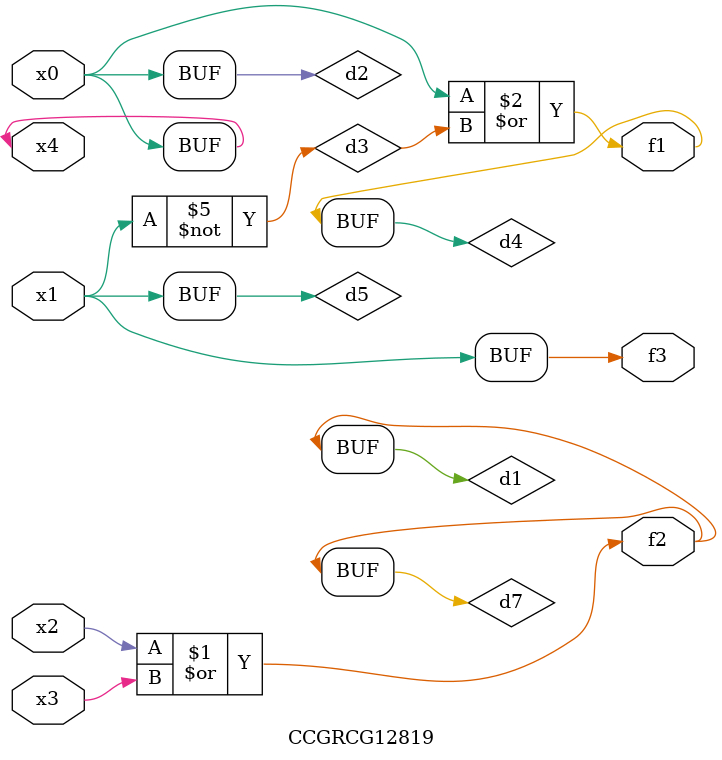
<source format=v>
module CCGRCG12819(
	input x0, x1, x2, x3, x4,
	output f1, f2, f3
);

	wire d1, d2, d3, d4, d5, d6, d7;

	or (d1, x2, x3);
	buf (d2, x0, x4);
	not (d3, x1);
	or (d4, d2, d3);
	not (d5, d3);
	nand (d6, d1, d3);
	or (d7, d1);
	assign f1 = d4;
	assign f2 = d7;
	assign f3 = d5;
endmodule

</source>
